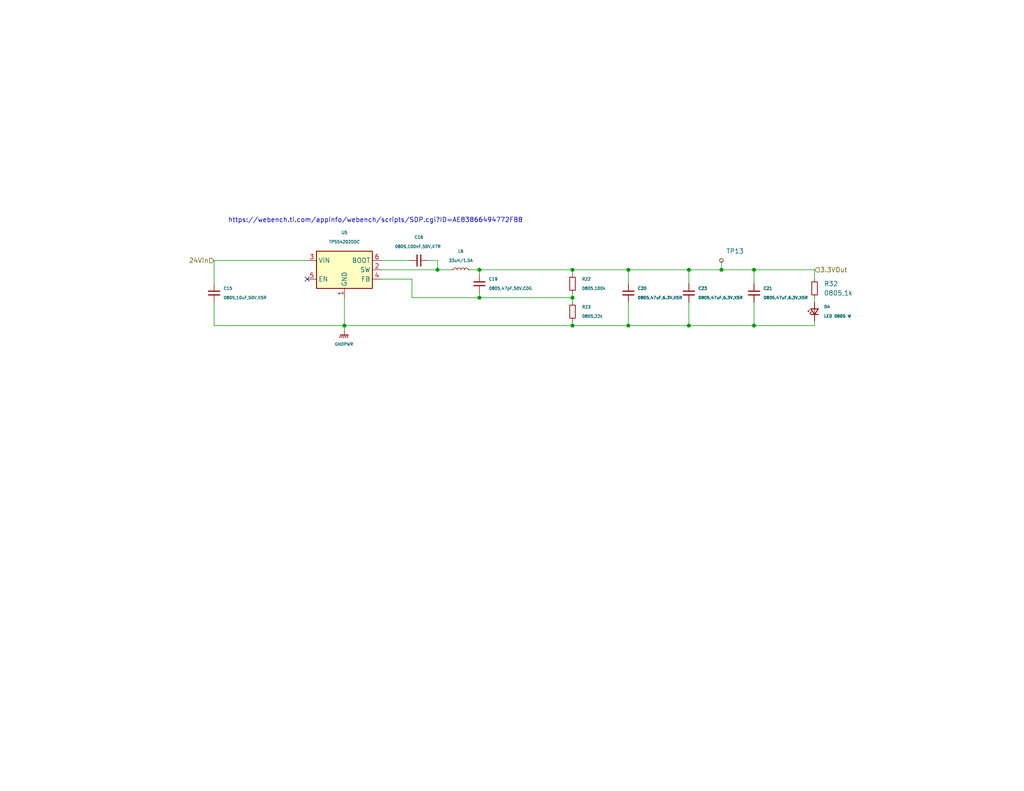
<source format=kicad_sch>
(kicad_sch (version 20230121) (generator eeschema)
  (paper "USLetter")
  (title_block (date "2023-12-18") (rev "A01"))
  (lib_symbols
    (symbol "Connector:TestPoint_Small" (pin_numbers hide) (pin_names (offset 0.762) hide)
      (property "Reference" "TP" (at 0 3.81 0))
      (property "Value" "TestPoint_Small" (at 0 2.032 0))
      (symbol "TestPoint_Small_0_1"
        (circle (center 0 0) (radius 0.508))
      )
      (symbol "TestPoint_Small_1_1"
        (pin passive line (at 0 0 90) (length 0) (name "1") (number "1"))
      )
    )
    (symbol "Device:LED_Small" (pin_numbers hide) (pin_names (offset 0.254) hide)
      (property "Reference" "D" (at -1.27 3.175 0))
      (property "Value" "LED_Small" (at -4.445 -2.54 0))
      (symbol "LED_Small_0_1"
        (polyline (pts (xy -0.762 -1.016) (xy -0.762 1.016)) (stroke (width 0.254)))
        (polyline (pts (xy 1.016 0) (xy -0.762 0)))
        (polyline (pts (xy 0.762 -1.016) (xy -0.762 0) (xy 0.762 1.016) (xy 0.762 -1.016)) (stroke (width 0.254)))
        (polyline (pts (xy 0 0.762) (xy -0.508 1.27) (xy -0.254 1.27) (xy -0.508 1.27) (xy -0.508 1.016)))
        (polyline (pts (xy 0.508 1.27) (xy 0 1.778) (xy 0.254 1.778) (xy 0 1.778) (xy 0 1.524)))
      )
      (symbol "LED_Small_1_1"
        (pin passive line (at -2.54 0 0) (length 1.778) (name "K") (number "1"))
        (pin passive line (at 2.54 0 180) (length 1.778) (name "A") (number "2"))
      )
    )
    (symbol "Device:L_Small" (pin_numbers hide) (pin_names (offset 0.254) hide)
      (property "Reference" "L" (at 0.762 1.016 0))
      (property "Value" "L_Small" (at 0.762 -1.016 0))
      (symbol "L_Small_0_1"
        (arc (start 0 -2.032) (mid 0.5058 -1.524) (end 0 -1.016))
        (arc (start 0 -1.016) (mid 0.5058 -0.508) (end 0 0))
        (arc (start 0 0) (mid 0.5058 0.508) (end 0 1.016))
        (arc (start 0 1.016) (mid 0.5058 1.524) (end 0 2.032))
      )
      (symbol "L_Small_1_1"
        (pin passive line (at 0 2.54 270) (length 0.508) (name "~") (number "1"))
        (pin passive line (at 0 -2.54 90) (length 0.508) (name "~") (number "2"))
      )
    )
    (symbol "Regulator_Switching:TPS54202DDC"
      (property "Reference" "U" (at -7.62 6.35 0))
      (property "Value" "TPS54202DDC" (at 0 6.35 0))
      (symbol "TPS54202DDC_0_1"
        (rectangle (start -7.62 5.08) (end 7.62 -5.08) (stroke (width 0.254)) (fill (type background)))
      )
      (symbol "TPS54202DDC_1_1"
        (pin power_in line (at 0 -7.62 90) (length 2.54) (name "GND") (number "1"))
        (pin power_out line (at 10.16 0 180) (length 2.54) (name "SW") (number "2"))
        (pin power_in line (at -10.16 2.54 0) (length 2.54) (name "VIN") (number "3"))
        (pin input line (at 10.16 -2.54 180) (length 2.54) (name "FB") (number "4"))
        (pin input line (at -10.16 -2.54 0) (length 2.54) (name "EN") (number "5"))
        (pin passive line (at 10.16 2.54 180) (length 2.54) (name "BOOT") (number "6"))
      )
    )
    (symbol "jlcpcb-basic-capacitor:0805,100nF,50V,X7R "
      (property "Reference" "C" (at 1.71 0.508 0))
      (property "Value" "0805,100nF,50V,X7R " (at 1.71 -1.016 0))
      (symbol "0805,100nF,50V,X7R _0_0"
        (polyline (pts (xy -1.524 -0.508) (xy 1.524 -0.508)) (stroke (width 0.3048)))
        (polyline (pts (xy -1.524 0.508) (xy 1.524 0.508)) (stroke (width 0.3048)))
        (pin passive line (at 0 2.54 270) (length 2.032) (name "~") (number "1"))
        (pin passive line (at 0 -2.54 90) (length 2.032) (name "~") (number "2"))
      )
    )
    (symbol "jlcpcb-basic-capacitor:0805,10uF,50V,X5R "
      (property "Reference" "C" (at 1.71 0.508 0))
      (property "Value" "0805,10uF,50V,X5R " (at 1.71 -1.016 0))
      (symbol "0805,10uF,50V,X5R _0_0"
        (polyline (pts (xy -1.524 -0.508) (xy 1.524 -0.508)) (stroke (width 0.3048)))
        (polyline (pts (xy -1.524 0.508) (xy 1.524 0.508)) (stroke (width 0.3048)))
        (pin passive line (at 0 2.54 270) (length 2.032) (name "~") (number "1"))
        (pin passive line (at 0 -2.54 90) (length 2.032) (name "~") (number "2"))
      )
    )
    (symbol "jlcpcb-basic-capacitor:0805,47pF,50V,C0G "
      (property "Reference" "C" (at 1.71 0.508 0))
      (property "Value" "0805,47pF,50V,C0G " (at 1.71 -1.016 0))
      (symbol "0805,47pF,50V,C0G _0_0"
        (polyline (pts (xy -1.524 -0.508) (xy 1.524 -0.508)) (stroke (width 0.3048)))
        (polyline (pts (xy -1.524 0.508) (xy 1.524 0.508)) (stroke (width 0.3048)))
        (pin passive line (at 0 2.54 270) (length 2.032) (name "~") (number "1"))
        (pin passive line (at 0 -2.54 90) (length 2.032) (name "~") (number "2"))
      )
    )
    (symbol "jlcpcb-basic-capacitor:0805,47uF,6.3V,X5R "
      (property "Reference" "C" (at 1.71 0.508 0))
      (property "Value" "0805,47uF,6.3V,X5R " (at 1.71 -1.016 0))
      (symbol "0805,47uF,6.3V,X5R _0_0"
        (polyline (pts (xy -1.524 -0.508) (xy 1.524 -0.508)) (stroke (width 0.3048)))
        (polyline (pts (xy -1.524 0.508) (xy 1.524 0.508)) (stroke (width 0.3048)))
        (pin passive line (at 0 2.54 270) (length 2.032) (name "~") (number "1"))
        (pin passive line (at 0 -2.54 90) (length 2.032) (name "~") (number "2"))
      )
    )
    (symbol "jlcpcb-basic-resistor:0805,100k"
      (property "Reference" "R" (at 0.762 0.508 0))
      (property "Value" "0805,100k" (at 0.762 -1.016 0))
      (symbol "0805,100k_0_0"
        (rectangle (start -0.762 1.778) (end 0.762 -1.778) (stroke (width 0.2032)))
        (pin passive line (at 0 2.54 270) (length 0.762) (name "~") (number "1"))
        (pin passive line (at 0 -2.54 90) (length 0.762) (name "~") (number "2"))
      )
    )
    (symbol "jlcpcb-basic-resistor:0805,1k"
      (property "Reference" "R" (at 0.762 0.508 0))
      (property "Value" "0805,1k" (at 0.762 -1.016 0))
      (symbol "0805,1k_0_0"
        (rectangle (start -0.762 1.778) (end 0.762 -1.778) (stroke (width 0.2032)))
        (pin passive line (at 0 2.54 270) (length 0.762) (name "~") (number "1"))
        (pin passive line (at 0 -2.54 90) (length 0.762) (name "~") (number "2"))
      )
    )
    (symbol "jlcpcb-basic-resistor:0805,22k"
      (property "Reference" "R" (at 0.762 0.508 0))
      (property "Value" "0805,22k" (at 0.762 -1.016 0))
      (symbol "0805,22k_0_0"
        (rectangle (start -0.762 1.778) (end 0.762 -1.778) (stroke (width 0.2032)))
        (pin passive line (at 0 2.54 270) (length 0.762) (name "~") (number "1"))
        (pin passive line (at 0 -2.54 90) (length 0.762) (name "~") (number "2"))
      )
    )
    (symbol "power:GNDPWR" (power) (pin_names (offset 0))
      (property "Value" "GNDPWR" (at 0 -3.302 0))
      (symbol "GNDPWR_0_1"
        (polyline (pts (xy 0 -1.27) (xy 0 0)))
        (polyline (pts (xy -1.016 -1.27) (xy -1.27 -2.032) (xy -1.27 -2.032)) (stroke (width 0.2032)))
        (polyline (pts (xy -0.508 -1.27) (xy -0.762 -2.032) (xy -0.762 -2.032)) (stroke (width 0.2032)))
        (polyline (pts (xy 0 -1.27) (xy -0.254 -2.032) (xy -0.254 -2.032)) (stroke (width 0.2032)))
        (polyline (pts (xy 0.508 -1.27) (xy 0.254 -2.032) (xy 0.254 -2.032)) (stroke (width 0.2032)))
        (polyline (pts (xy 1.016 -1.27) (xy -1.016 -1.27) (xy -1.016 -1.27)) (stroke (width 0.2032)))
        (polyline (pts (xy 1.016 -1.27) (xy 0.762 -2.032) (xy 0.762 -2.032) (xy 0.762 -2.032)) (stroke (width 0.2032)))
      )
      (symbol "GNDPWR_1_1"
        (pin power_in line (at 0 0 270) (length 0) hide (name "GNDPWR") (number "1"))
      )
    )
  )
  (junction (at 205.74 73.66))
  (junction (at 187.96 88.9))
  (junction (at 130.81 73.66))
  (junction (at 196.85 73.66))
  (junction (at 156.21 81.28))
  (junction (at 205.74 88.9))
  (junction (at 119.38 73.66))
  (junction (at 187.96 73.66))
  (junction (at 93.98 88.9))
  (junction (at 156.21 73.66))
  (junction (at 171.45 73.66))
  (junction (at 171.45 88.9))
  (junction (at 156.21 88.9))
  (junction (at 130.81 81.28))
  (no_connect (at 83.82 76.2))
  (wire (pts (xy 222.25 73.66) (xy 222.25 76.2)))
  (wire (pts (xy 112.395 81.28) (xy 112.395 76.2)))
  (wire (pts (xy 205.74 73.66) (xy 205.74 77.47)))
  (wire (pts (xy 196.85 73.66) (xy 205.74 73.66)))
  (wire (pts (xy 187.96 73.66) (xy 196.85 73.66)))
  (wire (pts (xy 171.45 82.55) (xy 171.45 88.9)))
  (wire (pts (xy 130.81 74.93) (xy 130.81 73.66)))
  (wire (pts (xy 93.98 90.17) (xy 93.98 88.9)))
  (wire (pts (xy 187.96 82.55) (xy 187.96 88.9)))
  (wire (pts (xy 116.84 71.12) (xy 119.38 71.12)))
  (wire (pts (xy 156.21 88.9) (xy 156.21 87.63)))
  (wire (pts (xy 156.21 88.9) (xy 171.45 88.9)))
  (wire (pts (xy 128.27 73.66) (xy 130.81 73.66)))
  (wire (pts (xy 171.45 73.66) (xy 171.45 77.47)))
  (wire (pts (xy 130.81 80.01) (xy 130.81 81.28)))
  (wire (pts (xy 119.38 71.12) (xy 119.38 73.66)))
  (wire (pts (xy 222.25 88.9) (xy 222.25 87.63)))
  (wire (pts (xy 187.96 88.9) (xy 205.74 88.9)))
  (wire (pts (xy 119.38 73.66) (xy 104.14 73.66)))
  (wire (pts (xy 222.25 73.66) (xy 205.74 73.66)))
  (wire (pts (xy 196.85 71.12) (xy 196.85 73.66)))
  (wire (pts (xy 156.21 82.55) (xy 156.21 81.28)))
  (wire (pts (xy 171.45 73.66) (xy 187.96 73.66)))
  (wire (pts (xy 171.45 88.9) (xy 187.96 88.9)))
  (wire (pts (xy 130.81 81.28) (xy 112.395 81.28)))
  (wire (pts (xy 112.395 76.2) (xy 104.14 76.2)))
  (wire (pts (xy 156.21 81.28) (xy 156.21 80.01)))
  (wire (pts (xy 58.42 88.9) (xy 93.98 88.9)))
  (wire (pts (xy 156.21 74.93) (xy 156.21 73.66)))
  (wire (pts (xy 104.14 71.12) (xy 111.76 71.12)))
  (wire (pts (xy 156.21 73.66) (xy 171.45 73.66)))
  (wire (pts (xy 119.38 73.66) (xy 123.19 73.66)))
  (wire (pts (xy 222.25 88.9) (xy 205.74 88.9)))
  (wire (pts (xy 205.74 82.55) (xy 205.74 88.9)))
  (wire (pts (xy 187.96 73.66) (xy 187.96 77.47)))
  (wire (pts (xy 58.42 71.12) (xy 58.42 77.47)))
  (wire (pts (xy 83.82 71.12) (xy 58.42 71.12)))
  (wire (pts (xy 58.42 82.55) (xy 58.42 88.9)))
  (wire (pts (xy 130.81 73.66) (xy 156.21 73.66)))
  (wire (pts (xy 130.81 81.28) (xy 156.21 81.28)))
  (wire (pts (xy 93.98 88.9) (xy 156.21 88.9)))
  (wire (pts (xy 93.98 81.28) (xy 93.98 88.9)))
  (wire (pts (xy 222.25 81.28) (xy 222.25 82.55)))
  (text "https://webench.ti.com/appinfo/webench/scripts/SDP.cgi?ID=AE83866494772FB8\n" (at 62.23 60.96 0) (effects (font (size 1.27 1.27)) (justify left bottom)))
  (hierarchical_label "3.3VOut" (shape input) (at 222.25 73.66 0))
  (hierarchical_label "24Vin" (shape input) (at 58.42 71.12 180))
  (symbol (lib_id "power:GNDPWR") (at 93.98 90.17 0) (unit 1)
    (property "Reference" "#PWR016" (effects hide))
    (property "Value" "GNDPWR" (at 93.853 93.98 0) (effects (font (size 0.8 0.8))))
  )
  (symbol (lib_id "jlcpcb-basic-capacitor:0805,47pF,50V,C0G ") (at 130.81 77.47 0) (unit 1)
    (property "Reference" "C19" (at 133.35 76.2 0) (effects (font (size 0.8 0.8)) (justify left)))
    (property "Value" "0805,47pF,50V,C0G " (at 133.35 78.74 0) (effects (font (size 0.8 0.8)) (justify left)))
    (property "Footprint" "C_0805_2012Metric" (effects hide))
    (property "Datasheet" "https://datasheet.lcsc.com/lcsc/1810191215_Samsung-Electro-Mechanics-CL21C470JBANNNC_C14857.pdf" (effects hide))
    (property "LCSC" "C14857" (effects hide))
    (property "MFG" "Samsung Electro-Mechanics" (effects hide))
    (property "MFGPN" "CL21C470JBANNNC" (effects hide))
  )
  (symbol (lib_id "Connector:TestPoint_Small") (at 196.85 71.12 0) (unit 1) (in_bom no)
    (property "Reference" "TP13" (at 198.12 68.58 0) (effects (justify left)))
    (property "Footprint" "TestPoint:TestPoint_Pad_1.0x1.0mm" (effects hide))
  )
  (symbol (lib_id "jlcpcb-basic-capacitor:0805,10uF,50V,X5R ") (at 58.42 80.01 0) (unit 1)
    (property "Reference" "C15" (at 60.96 78.7399 0) (effects (font (size 0.8 0.8)) (justify left)))
    (property "Value" "0805,10uF,50V,X5R " (at 60.96 81.2799 0) (effects (font (size 0.8 0.8)) (justify left)))
    (property "Footprint" "C_0805_2012Metric" (effects hide))
    (property "Datasheet" "https://datasheet.lcsc.com/lcsc/2004251506_Murata-Electronics-GRM21BR61H106KE43L_C440198.pdf" (effects hide))
    (property "LCSC" "C440198" (effects hide))
    (property "MFG" "Murata Electronics" (effects hide))
    (property "MFGPN" "GRM21BR61H106KE43L" (effects hide))
  )
  (symbol (lib_id "jlcpcb-basic-resistor:0805,100k") (at 156.21 77.47 0) (unit 1)
    (property "Reference" "R22" (at 158.75 76.2 0) (effects (font (size 0.8 0.8)) (justify left)))
    (property "Value" "0805,100k" (at 158.75 78.74 0) (effects (font (size 0.8 0.8)) (justify left)))
    (property "Footprint" "R_0805_2012Metric" (effects hide))
    (property "Datasheet" "https://datasheet.lcsc.com/lcsc/2110260430_UNI-ROYAL-Uniroyal-Elec-0805W8F1003T5E_C149504.pdf" (effects hide))
    (property "LCSC" "C149504" (effects hide))
    (property "MFG" "UNI-ROYAL(Uniroyal Elec)" (effects hide))
    (property "MFGPN" "0805W8F1003T5E" (effects hide))
  )
  (symbol (lib_id "jlcpcb-basic-capacitor:0805,47uF,6.3V,X5R ") (at 171.45 80.01 0) (unit 1)
    (property "Reference" "C20" (at 173.99 78.7399 0) (effects (font (size 0.8 0.8)) (justify left)))
    (property "Value" "0805,47uF,6.3V,X5R " (at 173.99 81.2799 0) (effects (font (size 0.8 0.8)) (justify left)))
    (property "Footprint" "C_0805_2012Metric" (effects hide))
    (property "Datasheet" "https://datasheet.lcsc.com/lcsc/1811091612_Samsung-Electro-Mechanics-CL21A476MQYNNNE_C16780.pdf" (effects hide))
    (property "LCSC" "C16780" (effects hide))
    (property "MFG" "Samsung Electro-Mechanics" (effects hide))
    (property "MFGPN" "CL21A476MQYNNNE" (effects hide))
  )
  (symbol (lib_id "Device:LED_Small") (at 222.25 85.09 90) (unit 1)
    (property "Reference" "D4" (at 224.79 83.7565 90) (effects (font (size 0.8 0.8)) (justify right)))
    (property "Value" "LED 0805 W" (at 224.79 86.2965 90) (effects (font (size 0.8 0.8)) (justify right)))
    (property "Footprint" "LED_SMD:LED_0805_2012Metric" (effects hide))
    (property "Datasheet" "https://datasheet.lcsc.com/lcsc/2305091500_Hubei-KENTO-Elec-KT-0805W_C34499.pdf" (effects hide))
    (property "LCSC" "C34499" (effects hide))
    (instances (project "Off-Line-RGB-LED-Driver" (path "" (reference "D4") (unit 1)) (path "" (reference "D3") (unit 1)) (path "" (reference "D8") (unit 1))))
  )
  (symbol (lib_id "jlcpcb-basic-resistor:0805,22k") (at 156.21 85.09 0) (unit 1)
    (property "Reference" "R23" (at 158.75 83.82 0) (effects (font (size 0.8 0.8)) (justify left)))
    (property "Value" "0805,22k" (at 158.75 86.36 0) (effects (font (size 0.8 0.8)) (justify left)))
    (property "Footprint" "R_0805_2012Metric" (effects hide))
    (property "Datasheet" "https://datasheet.lcsc.com/lcsc/2110251830_UNI-ROYAL-Uniroyal-Elec-0805W8F2202T5E_C17560.pdf" (effects hide))
    (property "LCSC" "C17560" (effects hide))
    (property "MFG" "UNI-ROYAL(Uniroyal Elec)" (effects hide))
    (property "MFGPN" "0805W8F2202T5E" (effects hide))
  )
  (symbol (lib_id "Device:L_Small") (at 125.73 73.66 90) (unit 1)
    (property "Reference" "L6" (at 125.73 68.58 90) (effects (font (size 0.8 0.8))))
    (property "Value" "33uH/1.5A" (at 125.73 71.12 90) (effects (font (size 0.8 0.8))))
    (property "Footprint" "Inductor_SMD:L_Bourns-SRN6028" (effects hide))
    (property "LCSC" "C354635" (effects hide))
    (property "MFG" "CENKER" (effects hide))
    (property "MFGPN" "CKCS6045-33uH-M" (effects hide))
  )
  (symbol (lib_id "jlcpcb-basic-capacitor:0805,47uF,6.3V,X5R ") (at 205.74 80.01 0) (unit 1)
    (property "Reference" "C21" (at 208.28 78.7399 0) (effects (font (size 0.8 0.8)) (justify left)))
    (property "Value" "0805,47uF,6.3V,X5R " (at 208.28 81.2799 0) (effects (font (size 0.8 0.8)) (justify left)))
    (property "Footprint" "C_0805_2012Metric" (effects hide))
    (property "Datasheet" "https://datasheet.lcsc.com/lcsc/1811091612_Samsung-Electro-Mechanics-CL21A476MQYNNNE_C16780.pdf" (effects hide))
    (property "LCSC" "C16780" (effects hide))
    (property "MFG" "Samsung Electro-Mechanics" (effects hide))
    (property "MFGPN" "CL21A476MQYNNNE" (effects hide))
  )
  (symbol (lib_id "jlcpcb-basic-capacitor:0805,47uF,6.3V,X5R ") (at 187.96 80.01 0) (unit 1)
    (property "Reference" "C23" (at 190.5 78.7399 0) (effects (font (size 0.8 0.8)) (justify left)))
    (property "Value" "0805,47uF,6.3V,X5R " (at 190.5 81.2799 0) (effects (font (size 0.8 0.8)) (justify left)))
    (property "Footprint" "C_0805_2012Metric" (effects hide))
    (property "Datasheet" "https://datasheet.lcsc.com/lcsc/1811091612_Samsung-Electro-Mechanics-CL21A476MQYNNNE_C16780.pdf" (effects hide))
    (property "LCSC" "C16780" (effects hide))
    (property "MFG" "Samsung Electro-Mechanics" (effects hide))
    (property "MFGPN" "CL21A476MQYNNNE" (effects hide))
  )
  (symbol (lib_id "jlcpcb-basic-resistor:0805,1k") (at 222.25 78.74 0) (unit 1)
    (property "Reference" "R32" (at 224.79 77.47 0) (effects (justify left)))
    (property "Value" "0805,1k" (at 224.79 80.01 0) (effects (justify left)))
    (property "Footprint" "R_0805_2012Metric" (effects hide))
    (property "Datasheet" "https://datasheet.lcsc.com/lcsc/2110251730_UNI-ROYAL-Uniroyal-Elec-0805W8F1001T5E_C17513.pdf" (effects hide))
    (property "LCSC" "C17513" (effects hide))
    (property "MFG" "UNI-ROYAL(Uniroyal Elec)" (effects hide))
    (property "MFGPN" "0805W8F1001T5E" (effects hide))
  )
  (symbol (lib_id "Regulator_Switching:TPS54202DDC") (at 93.98 73.66 0) (unit 1)
    (property "Reference" "U5" (at 93.98 63.5 0) (effects (font (size 0.8 0.8))))
    (property "Value" "TPS54202DDC" (at 93.98 66.04 0) (effects (font (size 0.8 0.8))))
    (property "Footprint" "Package_TO_SOT_SMD:SOT-23-6" (effects hide))
    (property "Datasheet" "http://www.ti.com/lit/ds/symlink/tps54202.pdf" (effects hide))
    (property "LCSC" "C191884" (effects hide))
    (property "MFG" "Texas Instruments" (effects hide))
    (property "MFGPN" "TPS54202DDCR" (effects hide))
  )
  (symbol (lib_id "jlcpcb-basic-capacitor:0805,100nF,50V,X7R ") (at 114.3 71.12 90) (unit 1)
    (property "Reference" "C16" (at 114.3 64.77 90) (effects (font (size 0.8 0.8))))
    (property "Value" "0805,100nF,50V,X7R " (at 114.3 67.31 90) (effects (font (size 0.8 0.8))))
    (property "Footprint" "C_0805_2012Metric" (effects hide))
    (property "Datasheet" "https://datasheet.lcsc.com/lcsc/1810101813_YAGEO-CC0805KRX7R9BB104_C49678.pdf" (effects hide))
    (property "LCSC" "C49678" (effects hide))
    (property "MFG" "YAGEO" (effects hide))
    (property "MFGPN" "CC0805KRX7R9BB104" (effects hide))
  )
)
</source>
